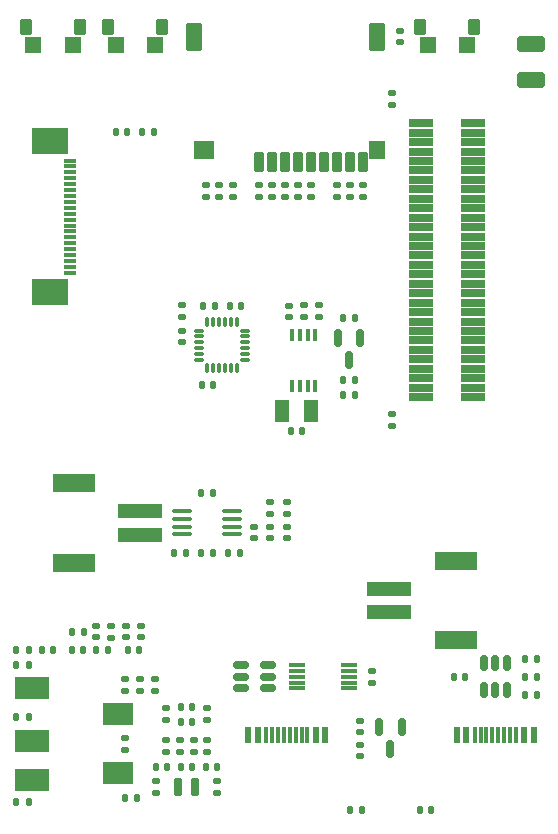
<source format=gtp>
G04 #@! TF.GenerationSoftware,KiCad,Pcbnew,(6.0.4)*
G04 #@! TF.CreationDate,2022-04-26T12:45:06+08:00*
G04 #@! TF.ProjectId,A133CoreDK,41313333-436f-4726-9544-4b2e6b696361,rev?*
G04 #@! TF.SameCoordinates,Original*
G04 #@! TF.FileFunction,Paste,Top*
G04 #@! TF.FilePolarity,Positive*
%FSLAX46Y46*%
G04 Gerber Fmt 4.6, Leading zero omitted, Abs format (unit mm)*
G04 Created by KiCad (PCBNEW (6.0.4)) date 2022-04-26 12:45:06*
%MOMM*%
%LPD*%
G01*
G04 APERTURE LIST*
G04 Aperture macros list*
%AMRoundRect*
0 Rectangle with rounded corners*
0 $1 Rounding radius*
0 $2 $3 $4 $5 $6 $7 $8 $9 X,Y pos of 4 corners*
0 Add a 4 corners polygon primitive as box body*
4,1,4,$2,$3,$4,$5,$6,$7,$8,$9,$2,$3,0*
0 Add four circle primitives for the rounded corners*
1,1,$1+$1,$2,$3*
1,1,$1+$1,$4,$5*
1,1,$1+$1,$6,$7*
1,1,$1+$1,$8,$9*
0 Add four rect primitives between the rounded corners*
20,1,$1+$1,$2,$3,$4,$5,0*
20,1,$1+$1,$4,$5,$6,$7,0*
20,1,$1+$1,$6,$7,$8,$9,0*
20,1,$1+$1,$8,$9,$2,$3,0*%
G04 Aperture macros list end*
%ADD10RoundRect,0.135000X-0.135000X-0.185000X0.135000X-0.185000X0.135000X0.185000X-0.135000X0.185000X0*%
%ADD11RoundRect,0.135000X-0.185000X0.135000X-0.185000X-0.135000X0.185000X-0.135000X0.185000X0.135000X0*%
%ADD12RoundRect,0.135000X0.135000X0.185000X-0.135000X0.185000X-0.135000X-0.185000X0.135000X-0.185000X0*%
%ADD13R,1.400000X0.300000*%
%ADD14RoundRect,0.250000X-0.925000X0.412500X-0.925000X-0.412500X0.925000X-0.412500X0.925000X0.412500X0*%
%ADD15RoundRect,0.135000X0.185000X-0.135000X0.185000X0.135000X-0.185000X0.135000X-0.185000X-0.135000X0*%
%ADD16RoundRect,0.140000X0.170000X-0.140000X0.170000X0.140000X-0.170000X0.140000X-0.170000X-0.140000X0*%
%ADD17RoundRect,0.050800X-1.850400X0.500400X-1.850400X-0.500400X1.850400X-0.500400X1.850400X0.500400X0*%
%ADD18RoundRect,0.050800X-1.700550X0.750550X-1.700550X-0.750550X1.700550X-0.750550X1.700550X0.750550X0*%
%ADD19RoundRect,0.050800X0.350500X0.800100X-0.350500X0.800100X-0.350500X-0.800100X0.350500X-0.800100X0*%
%ADD20RoundRect,0.050800X0.599450X0.750550X-0.599450X0.750550X-0.599450X-0.750550X0.599450X-0.750550X0*%
%ADD21RoundRect,0.050800X0.599450X1.099800X-0.599450X1.099800X-0.599450X-1.099800X0.599450X-1.099800X0*%
%ADD22RoundRect,0.050800X0.800100X0.750550X-0.800100X0.750550X-0.800100X-0.750550X0.800100X-0.750550X0*%
%ADD23RoundRect,0.140000X-0.140000X-0.170000X0.140000X-0.170000X0.140000X0.170000X-0.140000X0.170000X0*%
%ADD24RoundRect,0.050800X-0.500400X0.900450X-0.500400X-0.900450X0.500400X-0.900450X0.500400X0.900450X0*%
%ADD25RoundRect,0.150000X-0.150000X0.587500X-0.150000X-0.587500X0.150000X-0.587500X0.150000X0.587500X0*%
%ADD26RoundRect,0.140000X0.140000X0.170000X-0.140000X0.170000X-0.140000X-0.170000X0.140000X-0.170000X0*%
%ADD27RoundRect,0.100000X0.712500X0.100000X-0.712500X0.100000X-0.712500X-0.100000X0.712500X-0.100000X0*%
%ADD28RoundRect,0.050800X-0.999500X0.250200X-0.999500X-0.250200X0.999500X-0.250200X0.999500X0.250200X0*%
%ADD29RoundRect,0.140000X-0.170000X0.140000X-0.170000X-0.140000X0.170000X-0.140000X0.170000X0.140000X0*%
%ADD30RoundRect,0.147500X-0.147500X-0.172500X0.147500X-0.172500X0.147500X0.172500X-0.147500X0.172500X0*%
%ADD31R,0.400000X1.100000*%
%ADD32RoundRect,0.050800X1.399550X0.900450X-1.399550X0.900450X-1.399550X-0.900450X1.399550X-0.900450X0*%
%ADD33RoundRect,0.050800X1.249700X0.900450X-1.249700X0.900450X-1.249700X-0.900450X1.249700X-0.900450X0*%
%ADD34RoundRect,0.050800X0.449600X0.599450X-0.449600X0.599450X-0.449600X-0.599450X0.449600X-0.599450X0*%
%ADD35RoundRect,0.050800X-0.449600X-0.599450X0.449600X-0.599450X0.449600X0.599450X-0.449600X0.599450X0*%
%ADD36RoundRect,0.050800X0.599450X0.650250X-0.599450X0.650250X-0.599450X-0.650250X0.599450X-0.650250X0*%
%ADD37R,0.600000X1.450000*%
%ADD38R,0.300000X1.450000*%
%ADD39R,1.100000X0.300000*%
%ADD40R,3.100000X2.300000*%
%ADD41RoundRect,0.150000X0.512500X0.150000X-0.512500X0.150000X-0.512500X-0.150000X0.512500X-0.150000X0*%
%ADD42RoundRect,0.075000X0.350000X0.075000X-0.350000X0.075000X-0.350000X-0.075000X0.350000X-0.075000X0*%
%ADD43RoundRect,0.075000X-0.075000X0.350000X-0.075000X-0.350000X0.075000X-0.350000X0.075000X0.350000X0*%
%ADD44RoundRect,0.175000X0.175000X-0.625000X0.175000X0.625000X-0.175000X0.625000X-0.175000X-0.625000X0*%
%ADD45RoundRect,0.050800X1.850400X-0.500400X1.850400X0.500400X-1.850400X0.500400X-1.850400X-0.500400X0*%
%ADD46RoundRect,0.050800X1.700550X-0.750550X1.700550X0.750550X-1.700550X0.750550X-1.700550X-0.750550X0*%
%ADD47RoundRect,0.150000X0.150000X-0.512500X0.150000X0.512500X-0.150000X0.512500X-0.150000X-0.512500X0*%
G04 APERTURE END LIST*
D10*
X152779000Y-124968000D03*
X153799000Y-124968000D03*
D11*
X135001000Y-113866200D03*
X135001000Y-114886200D03*
D12*
X125579600Y-124282200D03*
X124559600Y-124282200D03*
D13*
X148295000Y-112645100D03*
X148295000Y-113145100D03*
X148295000Y-113645100D03*
X148295000Y-114145100D03*
X148295000Y-114645100D03*
X152695000Y-114645100D03*
X152695000Y-114145100D03*
X152695000Y-113645100D03*
X152695000Y-113145100D03*
X152695000Y-112645100D03*
D14*
X168148000Y-60057500D03*
X168148000Y-63132500D03*
D12*
X132336000Y-111404400D03*
X131316000Y-111404400D03*
D15*
X136398000Y-123471400D03*
X136398000Y-122451400D03*
D16*
X153670000Y-120368000D03*
X153670000Y-119408000D03*
D11*
X146050000Y-98854800D03*
X146050000Y-99874800D03*
D17*
X135056900Y-99634000D03*
X135056900Y-101635600D03*
D18*
X129407900Y-103985100D03*
X129407900Y-97284500D03*
D19*
X145069600Y-70071000D03*
X146169400Y-70071000D03*
X147269200Y-70071000D03*
X148369000Y-70071000D03*
X149468800Y-70071000D03*
X150568700Y-70071000D03*
X151671000Y-70071000D03*
X152770800Y-70071000D03*
D20*
X155069500Y-69070200D03*
D21*
X155069500Y-59469000D03*
X139570500Y-59469000D03*
D22*
X140469600Y-69070200D03*
D19*
X153870700Y-70071000D03*
D23*
X152227400Y-83312000D03*
X153187400Y-83312000D03*
D11*
X140716000Y-116279200D03*
X140716000Y-117299200D03*
D15*
X147269200Y-73027000D03*
X147269200Y-72007000D03*
D11*
X137210800Y-116279200D03*
X137210800Y-117299200D03*
X133756400Y-113866200D03*
X133756400Y-114886200D03*
D24*
X149512100Y-91135200D03*
X147012700Y-91135200D03*
D25*
X153657400Y-84990700D03*
X151757400Y-84990700D03*
X152707400Y-86865700D03*
D16*
X147472400Y-101927600D03*
X147472400Y-100967600D03*
D11*
X141732000Y-72007000D03*
X141732000Y-73027000D03*
D26*
X139443400Y-117449600D03*
X138483400Y-117449600D03*
D15*
X145069600Y-73027000D03*
X145069600Y-72007000D03*
D10*
X124559600Y-117094000D03*
X125579600Y-117094000D03*
D27*
X142803100Y-101609800D03*
X142803100Y-100959800D03*
X142803100Y-100309800D03*
X142803100Y-99659800D03*
X138578100Y-99659800D03*
X138578100Y-100309800D03*
X138578100Y-100959800D03*
X138578100Y-101609800D03*
D15*
X153870700Y-73027000D03*
X153870700Y-72007000D03*
D10*
X140180600Y-98120200D03*
X141200600Y-98120200D03*
D12*
X153217400Y-89789000D03*
X152197400Y-89789000D03*
D23*
X142598200Y-82245200D03*
X143558200Y-82245200D03*
D28*
X163184800Y-66786700D03*
X163184800Y-67586800D03*
X163184800Y-68386900D03*
X163184800Y-69187000D03*
X163184800Y-69987100D03*
X163184800Y-70787200D03*
X163184800Y-71587300D03*
X163184800Y-72387400D03*
X163184800Y-73187500D03*
X163184800Y-73987600D03*
X163184800Y-74787700D03*
X163184800Y-75587800D03*
X163184800Y-76387900D03*
X163184800Y-77188000D03*
X163184800Y-77988100D03*
X163184800Y-78788200D03*
X163184800Y-79585800D03*
X163184800Y-80385900D03*
X163184800Y-81186000D03*
X163184800Y-81986100D03*
X163184800Y-82786200D03*
X163184800Y-83586300D03*
X163184800Y-84386400D03*
X163184800Y-85186500D03*
X163184800Y-85986600D03*
X163184800Y-86786700D03*
X163184800Y-87586800D03*
X163184800Y-88386900D03*
X163184800Y-89187000D03*
X163184800Y-89987100D03*
X158785600Y-66786700D03*
X158785600Y-67586800D03*
X158785600Y-68386900D03*
X158785600Y-69187000D03*
X158785600Y-69987100D03*
X158785600Y-70787200D03*
X158785600Y-71587300D03*
X158785600Y-72387400D03*
X158785600Y-73187500D03*
X158785600Y-73987600D03*
X158785600Y-74787700D03*
X158785600Y-75587800D03*
X158785600Y-76387900D03*
X158785600Y-77188000D03*
X158785600Y-77988100D03*
X158785600Y-78788200D03*
X158785600Y-79585800D03*
X158785600Y-80385900D03*
X158785600Y-81186000D03*
X158785600Y-81986100D03*
X158785600Y-82786200D03*
X158785600Y-83586300D03*
X158785600Y-84386400D03*
X158785600Y-85186500D03*
X158785600Y-85986600D03*
X158785600Y-86786700D03*
X158785600Y-87586800D03*
X158785600Y-88386900D03*
X158785600Y-89187000D03*
X158785600Y-89987100D03*
D29*
X153670000Y-117376000D03*
X153670000Y-118336000D03*
D11*
X156337000Y-64260000D03*
X156337000Y-65280000D03*
D30*
X132966600Y-67564000D03*
X133936600Y-67564000D03*
D31*
X147922400Y-89043400D03*
X148572400Y-89043400D03*
X149222400Y-89043400D03*
X149872400Y-89043400D03*
X149872400Y-84743400D03*
X149222400Y-84743400D03*
X148572400Y-84743400D03*
X147922400Y-84743400D03*
D15*
X149468800Y-73027000D03*
X149468800Y-72007000D03*
D10*
X124559600Y-111404400D03*
X125579600Y-111404400D03*
D11*
X147472400Y-98854800D03*
X147472400Y-99874800D03*
D15*
X133756400Y-119864600D03*
X133756400Y-118844600D03*
D29*
X133858000Y-109349600D03*
X133858000Y-110309600D03*
D10*
X167638000Y-112141000D03*
X168658000Y-112141000D03*
D30*
X158696800Y-124968000D03*
X159666800Y-124968000D03*
D29*
X142915600Y-72037000D03*
X142915600Y-72997000D03*
D16*
X138379200Y-120012400D03*
X138379200Y-119052400D03*
D32*
X125890000Y-122389900D03*
D33*
X133190000Y-116840000D03*
D32*
X125890000Y-119090400D03*
X125890000Y-114592100D03*
D33*
X133190000Y-121841300D03*
D15*
X151671000Y-73027000D03*
X151671000Y-72007000D03*
D26*
X139443400Y-116179600D03*
X138483400Y-116179600D03*
D16*
X139547600Y-120012400D03*
X139547600Y-119052400D03*
D26*
X127657800Y-111404400D03*
X126697800Y-111404400D03*
X141196000Y-88925400D03*
X140236000Y-88925400D03*
X148767800Y-92887800D03*
X147807800Y-92887800D03*
D34*
X136921200Y-58661300D03*
D35*
X132321300Y-58661300D03*
D36*
X132946100Y-60210700D03*
X136296400Y-60210700D03*
D37*
X161850000Y-118562000D03*
X162650000Y-118562000D03*
D38*
X163850000Y-118562000D03*
X164850000Y-118562000D03*
X165350000Y-118562000D03*
X166350000Y-118562000D03*
D37*
X167550000Y-118562000D03*
X168350000Y-118562000D03*
X168350000Y-118562000D03*
X167550000Y-118562000D03*
D38*
X166850000Y-118562000D03*
X165850000Y-118562000D03*
X164350000Y-118562000D03*
X163350000Y-118562000D03*
D37*
X162650000Y-118562000D03*
X161850000Y-118562000D03*
D35*
X125336300Y-58661300D03*
D34*
X129936200Y-58661300D03*
D36*
X125961100Y-60210700D03*
X129311400Y-60210700D03*
D11*
X141503400Y-122451400D03*
X141503400Y-123471400D03*
D10*
X140180600Y-103174800D03*
X141200600Y-103174800D03*
D23*
X129237800Y-111404400D03*
X130197800Y-111404400D03*
D26*
X138884600Y-103174800D03*
X137924600Y-103174800D03*
D37*
X144197000Y-118562000D03*
X144997000Y-118562000D03*
D38*
X146197000Y-118562000D03*
X147197000Y-118562000D03*
X147697000Y-118562000D03*
X148697000Y-118562000D03*
D37*
X149897000Y-118562000D03*
X150697000Y-118562000D03*
X150697000Y-118562000D03*
X149897000Y-118562000D03*
D38*
X149197000Y-118562000D03*
X148197000Y-118562000D03*
X146697000Y-118562000D03*
X145697000Y-118562000D03*
D37*
X144997000Y-118562000D03*
X144197000Y-118562000D03*
D26*
X141577000Y-121285000D03*
X140617000Y-121285000D03*
D10*
X167638000Y-115189000D03*
X168658000Y-115189000D03*
D11*
X150192800Y-82192400D03*
X150192800Y-83212400D03*
D26*
X139443400Y-121285000D03*
X138483400Y-121285000D03*
D25*
X157160000Y-117934500D03*
X155260000Y-117934500D03*
X156210000Y-119809500D03*
D26*
X141348400Y-82245200D03*
X140388400Y-82245200D03*
D39*
X129097192Y-69951400D03*
X129097192Y-70451400D03*
X129097192Y-70951400D03*
X129097192Y-71451400D03*
X129097192Y-71951400D03*
X129097192Y-72451400D03*
X129097192Y-72951400D03*
X129097192Y-73451400D03*
X129097192Y-73951400D03*
X129097192Y-74451400D03*
X129097192Y-74951400D03*
X129097192Y-75451400D03*
X129097192Y-75951400D03*
X129097192Y-76451400D03*
X129097192Y-76951400D03*
X129097192Y-77451400D03*
X129097192Y-77951400D03*
X129097192Y-78451400D03*
X129097192Y-78951400D03*
X129097192Y-79451400D03*
D40*
X127397192Y-68281400D03*
X127397192Y-81121400D03*
D12*
X136196800Y-67564000D03*
X135176800Y-67564000D03*
D16*
X157022800Y-59916000D03*
X157022800Y-58956000D03*
D12*
X168658000Y-113665000D03*
X167638000Y-113665000D03*
D16*
X144678400Y-101919800D03*
X144678400Y-100959800D03*
D11*
X140632200Y-72007000D03*
X140632200Y-73027000D03*
D10*
X142466600Y-103174800D03*
X143486600Y-103174800D03*
D41*
X145866700Y-114595100D03*
X145866700Y-113645100D03*
X145866700Y-112695100D03*
X143591700Y-112695100D03*
X143591700Y-113645100D03*
X143591700Y-114595100D03*
D10*
X124559600Y-112623600D03*
X125579600Y-112623600D03*
D12*
X130253200Y-109905800D03*
X129233200Y-109905800D03*
D26*
X134973000Y-111404400D03*
X134013000Y-111404400D03*
D15*
X146169400Y-73027000D03*
X146169400Y-72007000D03*
D23*
X161572000Y-113665000D03*
X162532000Y-113665000D03*
D16*
X131318000Y-110309600D03*
X131318000Y-109349600D03*
D15*
X148369000Y-73027000D03*
X148369000Y-72007000D03*
D11*
X140716000Y-119022400D03*
X140716000Y-120042400D03*
D16*
X146050000Y-101927600D03*
X146050000Y-100967600D03*
D12*
X134749000Y-123901200D03*
X133729000Y-123901200D03*
D42*
X143910600Y-86848000D03*
X143910600Y-86348000D03*
X143910600Y-85848000D03*
X143910600Y-85348000D03*
X143910600Y-84848000D03*
X143910600Y-84348000D03*
D43*
X143210600Y-83648000D03*
X142710600Y-83648000D03*
X142210600Y-83648000D03*
X141710600Y-83648000D03*
X141210600Y-83648000D03*
X140710600Y-83648000D03*
D42*
X140010600Y-84348000D03*
X140010600Y-84848000D03*
X140010600Y-85348000D03*
X140010600Y-85848000D03*
X140010600Y-86348000D03*
X140010600Y-86848000D03*
D43*
X140710600Y-87548000D03*
X141210600Y-87548000D03*
X141710600Y-87548000D03*
X142210600Y-87548000D03*
X142710600Y-87548000D03*
X143210600Y-87548000D03*
D15*
X136245600Y-114886200D03*
X136245600Y-113866200D03*
X137210800Y-120042400D03*
X137210800Y-119022400D03*
X138557000Y-83212400D03*
X138557000Y-82192400D03*
D16*
X154686000Y-114145000D03*
X154686000Y-113185000D03*
D11*
X156337000Y-91387200D03*
X156337000Y-92407200D03*
D16*
X147652800Y-83207800D03*
X147652800Y-82247800D03*
D15*
X152770800Y-73027000D03*
X152770800Y-72007000D03*
D44*
X138263400Y-123007600D03*
X139663400Y-123007600D03*
D35*
X158737300Y-58661300D03*
D34*
X163337200Y-58661300D03*
D36*
X159362100Y-60210700D03*
X162712400Y-60210700D03*
D29*
X138557000Y-84356000D03*
X138557000Y-85316000D03*
X135128000Y-109349600D03*
X135128000Y-110309600D03*
D45*
X156128700Y-108214200D03*
X156128700Y-106212600D03*
D46*
X161777700Y-103863100D03*
X161777700Y-110563700D03*
D23*
X152227400Y-88544400D03*
X153187400Y-88544400D03*
D11*
X148922800Y-82192400D03*
X148922800Y-83212400D03*
D26*
X137309800Y-121285000D03*
X136349800Y-121285000D03*
D47*
X164150000Y-114782600D03*
X165100000Y-114782600D03*
X166050000Y-114782600D03*
X166050000Y-112507600D03*
X165100000Y-112507600D03*
X164150000Y-112507600D03*
D11*
X132588000Y-109319600D03*
X132588000Y-110339600D03*
M02*

</source>
